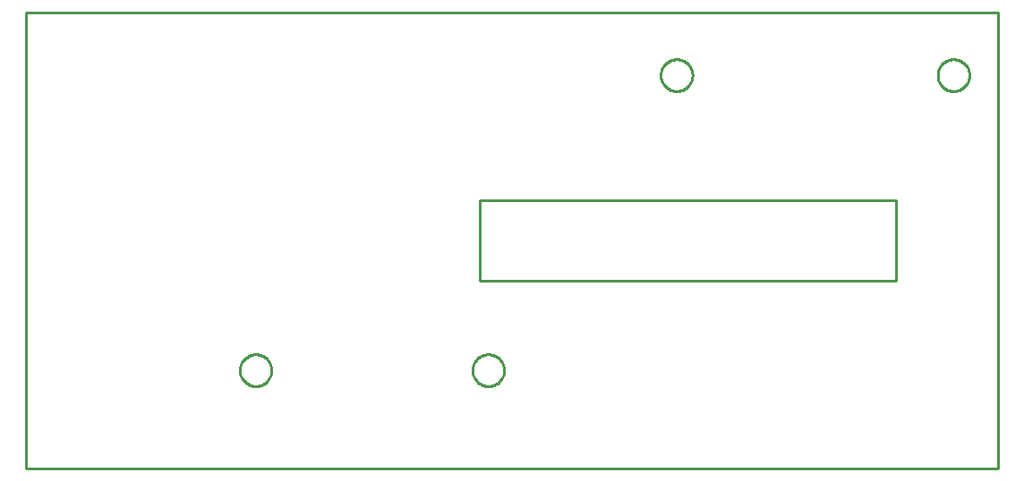
<source format=gbr>
G04 EAGLE Gerber RS-274X export*
G75*
%MOMM*%
%FSLAX34Y34*%
%LPD*%
%IN*%
%IPPOS*%
%AMOC8*
5,1,8,0,0,1.08239X$1,22.5*%
G01*
%ADD10C,0.254000*%


D10*
X2700Y0D02*
X922700Y0D01*
X922700Y431750D01*
X2700Y431750D01*
X2700Y0D01*
X431800Y177800D02*
X825500Y177800D01*
X825500Y254000D01*
X431800Y254000D01*
X431800Y177800D01*
X455200Y92214D02*
X455124Y91146D01*
X454971Y90085D01*
X454743Y89038D01*
X454441Y88010D01*
X454067Y87006D01*
X453622Y86031D01*
X453108Y85091D01*
X452529Y84190D01*
X451887Y83332D01*
X451185Y82522D01*
X450428Y81765D01*
X449618Y81063D01*
X448760Y80421D01*
X447859Y79842D01*
X446919Y79328D01*
X445944Y78883D01*
X444940Y78509D01*
X443912Y78207D01*
X442865Y77979D01*
X441804Y77826D01*
X440736Y77750D01*
X439664Y77750D01*
X438596Y77826D01*
X437535Y77979D01*
X436488Y78207D01*
X435460Y78509D01*
X434456Y78883D01*
X433481Y79328D01*
X432541Y79842D01*
X431640Y80421D01*
X430782Y81063D01*
X429972Y81765D01*
X429215Y82522D01*
X428513Y83332D01*
X427871Y84190D01*
X427292Y85091D01*
X426778Y86031D01*
X426333Y87006D01*
X425959Y88010D01*
X425657Y89038D01*
X425429Y90085D01*
X425276Y91146D01*
X425200Y92214D01*
X425200Y93286D01*
X425276Y94354D01*
X425429Y95415D01*
X425657Y96462D01*
X425959Y97490D01*
X426333Y98494D01*
X426778Y99469D01*
X427292Y100409D01*
X427871Y101310D01*
X428513Y102168D01*
X429215Y102978D01*
X429972Y103735D01*
X430782Y104437D01*
X431640Y105079D01*
X432541Y105658D01*
X433481Y106172D01*
X434456Y106617D01*
X435460Y106991D01*
X436488Y107293D01*
X437535Y107521D01*
X438596Y107674D01*
X439664Y107750D01*
X440736Y107750D01*
X441804Y107674D01*
X442865Y107521D01*
X443912Y107293D01*
X444940Y106991D01*
X445944Y106617D01*
X446919Y106172D01*
X447859Y105658D01*
X448760Y105079D01*
X449618Y104437D01*
X450428Y103735D01*
X451185Y102978D01*
X451887Y102168D01*
X452529Y101310D01*
X453108Y100409D01*
X453622Y99469D01*
X454067Y98494D01*
X454441Y97490D01*
X454743Y96462D01*
X454971Y95415D01*
X455124Y94354D01*
X455200Y93286D01*
X455200Y92214D01*
X235200Y92214D02*
X235124Y91146D01*
X234971Y90085D01*
X234743Y89038D01*
X234441Y88010D01*
X234067Y87006D01*
X233622Y86031D01*
X233108Y85091D01*
X232529Y84190D01*
X231887Y83332D01*
X231185Y82522D01*
X230428Y81765D01*
X229618Y81063D01*
X228760Y80421D01*
X227859Y79842D01*
X226919Y79328D01*
X225944Y78883D01*
X224940Y78509D01*
X223912Y78207D01*
X222865Y77979D01*
X221804Y77826D01*
X220736Y77750D01*
X219664Y77750D01*
X218596Y77826D01*
X217535Y77979D01*
X216488Y78207D01*
X215460Y78509D01*
X214456Y78883D01*
X213481Y79328D01*
X212541Y79842D01*
X211640Y80421D01*
X210782Y81063D01*
X209972Y81765D01*
X209215Y82522D01*
X208513Y83332D01*
X207871Y84190D01*
X207292Y85091D01*
X206778Y86031D01*
X206333Y87006D01*
X205959Y88010D01*
X205657Y89038D01*
X205429Y90085D01*
X205276Y91146D01*
X205200Y92214D01*
X205200Y93286D01*
X205276Y94354D01*
X205429Y95415D01*
X205657Y96462D01*
X205959Y97490D01*
X206333Y98494D01*
X206778Y99469D01*
X207292Y100409D01*
X207871Y101310D01*
X208513Y102168D01*
X209215Y102978D01*
X209972Y103735D01*
X210782Y104437D01*
X211640Y105079D01*
X212541Y105658D01*
X213481Y106172D01*
X214456Y106617D01*
X215460Y106991D01*
X216488Y107293D01*
X217535Y107521D01*
X218596Y107674D01*
X219664Y107750D01*
X220736Y107750D01*
X221804Y107674D01*
X222865Y107521D01*
X223912Y107293D01*
X224940Y106991D01*
X225944Y106617D01*
X226919Y106172D01*
X227859Y105658D01*
X228760Y105079D01*
X229618Y104437D01*
X230428Y103735D01*
X231185Y102978D01*
X231887Y102168D01*
X232529Y101310D01*
X233108Y100409D01*
X233622Y99469D01*
X234067Y98494D01*
X234441Y97490D01*
X234743Y96462D01*
X234971Y95415D01*
X235124Y94354D01*
X235200Y93286D01*
X235200Y92214D01*
X895300Y371614D02*
X895224Y370546D01*
X895071Y369485D01*
X894843Y368438D01*
X894541Y367410D01*
X894167Y366406D01*
X893722Y365431D01*
X893208Y364491D01*
X892629Y363590D01*
X891987Y362732D01*
X891285Y361922D01*
X890528Y361165D01*
X889718Y360463D01*
X888860Y359821D01*
X887959Y359242D01*
X887019Y358728D01*
X886044Y358283D01*
X885040Y357909D01*
X884012Y357607D01*
X882965Y357379D01*
X881904Y357226D01*
X880836Y357150D01*
X879764Y357150D01*
X878696Y357226D01*
X877635Y357379D01*
X876588Y357607D01*
X875560Y357909D01*
X874556Y358283D01*
X873581Y358728D01*
X872641Y359242D01*
X871740Y359821D01*
X870882Y360463D01*
X870072Y361165D01*
X869315Y361922D01*
X868613Y362732D01*
X867971Y363590D01*
X867392Y364491D01*
X866878Y365431D01*
X866433Y366406D01*
X866059Y367410D01*
X865757Y368438D01*
X865529Y369485D01*
X865376Y370546D01*
X865300Y371614D01*
X865300Y372686D01*
X865376Y373754D01*
X865529Y374815D01*
X865757Y375862D01*
X866059Y376890D01*
X866433Y377894D01*
X866878Y378869D01*
X867392Y379809D01*
X867971Y380710D01*
X868613Y381568D01*
X869315Y382378D01*
X870072Y383135D01*
X870882Y383837D01*
X871740Y384479D01*
X872641Y385058D01*
X873581Y385572D01*
X874556Y386017D01*
X875560Y386391D01*
X876588Y386693D01*
X877635Y386921D01*
X878696Y387074D01*
X879764Y387150D01*
X880836Y387150D01*
X881904Y387074D01*
X882965Y386921D01*
X884012Y386693D01*
X885040Y386391D01*
X886044Y386017D01*
X887019Y385572D01*
X887959Y385058D01*
X888860Y384479D01*
X889718Y383837D01*
X890528Y383135D01*
X891285Y382378D01*
X891987Y381568D01*
X892629Y380710D01*
X893208Y379809D01*
X893722Y378869D01*
X894167Y377894D01*
X894541Y376890D01*
X894843Y375862D01*
X895071Y374815D01*
X895224Y373754D01*
X895300Y372686D01*
X895300Y371614D01*
X633300Y371614D02*
X633224Y370546D01*
X633071Y369485D01*
X632843Y368438D01*
X632541Y367410D01*
X632167Y366406D01*
X631722Y365431D01*
X631208Y364491D01*
X630629Y363590D01*
X629987Y362732D01*
X629285Y361922D01*
X628528Y361165D01*
X627718Y360463D01*
X626860Y359821D01*
X625959Y359242D01*
X625019Y358728D01*
X624044Y358283D01*
X623040Y357909D01*
X622012Y357607D01*
X620965Y357379D01*
X619904Y357226D01*
X618836Y357150D01*
X617764Y357150D01*
X616696Y357226D01*
X615635Y357379D01*
X614588Y357607D01*
X613560Y357909D01*
X612556Y358283D01*
X611581Y358728D01*
X610641Y359242D01*
X609740Y359821D01*
X608882Y360463D01*
X608072Y361165D01*
X607315Y361922D01*
X606613Y362732D01*
X605971Y363590D01*
X605392Y364491D01*
X604878Y365431D01*
X604433Y366406D01*
X604059Y367410D01*
X603757Y368438D01*
X603529Y369485D01*
X603376Y370546D01*
X603300Y371614D01*
X603300Y372686D01*
X603376Y373754D01*
X603529Y374815D01*
X603757Y375862D01*
X604059Y376890D01*
X604433Y377894D01*
X604878Y378869D01*
X605392Y379809D01*
X605971Y380710D01*
X606613Y381568D01*
X607315Y382378D01*
X608072Y383135D01*
X608882Y383837D01*
X609740Y384479D01*
X610641Y385058D01*
X611581Y385572D01*
X612556Y386017D01*
X613560Y386391D01*
X614588Y386693D01*
X615635Y386921D01*
X616696Y387074D01*
X617764Y387150D01*
X618836Y387150D01*
X619904Y387074D01*
X620965Y386921D01*
X622012Y386693D01*
X623040Y386391D01*
X624044Y386017D01*
X625019Y385572D01*
X625959Y385058D01*
X626860Y384479D01*
X627718Y383837D01*
X628528Y383135D01*
X629285Y382378D01*
X629987Y381568D01*
X630629Y380710D01*
X631208Y379809D01*
X631722Y378869D01*
X632167Y377894D01*
X632541Y376890D01*
X632843Y375862D01*
X633071Y374815D01*
X633224Y373754D01*
X633300Y372686D01*
X633300Y371614D01*
M02*

</source>
